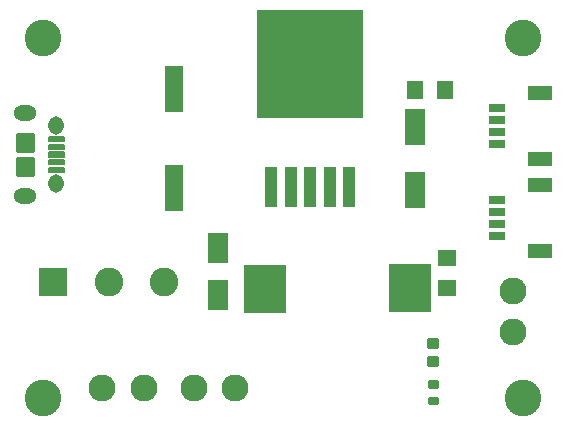
<source format=gbr>
G04 EAGLE Gerber RS-274X export*
G75*
%MOMM*%
%FSLAX34Y34*%
%LPD*%
%INSoldermask Top*%
%IPPOS*%
%AMOC8*
5,1,8,0,0,1.08239X$1,22.5*%
G01*
%ADD10C,3.101600*%
%ADD11R,1.625600X3.911600*%
%ADD12R,1.752600X3.149600*%
%ADD13R,1.801600X2.601600*%
%ADD14C,0.142238*%
%ADD15C,0.260094*%
%ADD16C,1.309600*%
%ADD17C,1.371600*%
%ADD18R,1.451600X0.701600*%
%ADD19R,2.101600X1.301600*%
%ADD20C,2.286000*%
%ADD21R,3.601600X4.101600*%
%ADD22R,0.990600X3.403600*%
%ADD23R,8.991600X9.245600*%
%ADD24C,0.326897*%
%ADD25C,0.257809*%
%ADD26R,2.426600X2.426600*%
%ADD27C,2.426600*%
%ADD28R,1.371600X1.625600*%
%ADD29R,1.625600X1.371600*%


D10*
X30000Y30000D03*
X30000Y334800D03*
X436400Y334800D03*
X436400Y30000D03*
D11*
X141224Y291592D03*
X141224Y207772D03*
D12*
X345186Y259334D03*
X345186Y205994D03*
D13*
X178054Y156906D03*
X178054Y116906D03*
D14*
X34874Y247119D02*
X34874Y250777D01*
X47930Y250777D01*
X47930Y247119D01*
X34874Y247119D01*
X34874Y248470D02*
X47930Y248470D01*
X47930Y249821D02*
X34874Y249821D01*
X34874Y244173D02*
X34874Y240515D01*
X34874Y244173D02*
X47930Y244173D01*
X47930Y240515D01*
X34874Y240515D01*
X34874Y241866D02*
X47930Y241866D01*
X47930Y243217D02*
X34874Y243217D01*
X34874Y237569D02*
X34874Y233911D01*
X34874Y237569D02*
X47930Y237569D01*
X47930Y233911D01*
X34874Y233911D01*
X34874Y235262D02*
X47930Y235262D01*
X47930Y236613D02*
X34874Y236613D01*
X34874Y230965D02*
X34874Y227307D01*
X34874Y230965D02*
X47930Y230965D01*
X47930Y227307D01*
X34874Y227307D01*
X34874Y228658D02*
X47930Y228658D01*
X47930Y230009D02*
X34874Y230009D01*
X34874Y224361D02*
X34874Y220703D01*
X34874Y224361D02*
X47930Y224361D01*
X47930Y220703D01*
X34874Y220703D01*
X34874Y222054D02*
X47930Y222054D01*
X47930Y223405D02*
X34874Y223405D01*
D15*
X7650Y239072D02*
X7650Y252728D01*
X21306Y252728D01*
X21306Y239072D01*
X7650Y239072D01*
X7650Y241543D02*
X21306Y241543D01*
X21306Y244014D02*
X7650Y244014D01*
X7650Y246485D02*
X21306Y246485D01*
X21306Y248956D02*
X7650Y248956D01*
X7650Y251427D02*
X21306Y251427D01*
X7650Y232408D02*
X7650Y218752D01*
X7650Y232408D02*
X21306Y232408D01*
X21306Y218752D01*
X7650Y218752D01*
X7650Y221223D02*
X21306Y221223D01*
X21306Y223694D02*
X7650Y223694D01*
X7650Y226165D02*
X21306Y226165D01*
X21306Y228636D02*
X7650Y228636D01*
X7650Y231107D02*
X21306Y231107D01*
D16*
X41402Y261902D03*
X41402Y259362D03*
X41402Y260632D03*
X41402Y212118D03*
X41402Y209578D03*
X41402Y211102D03*
D17*
X17018Y270792D03*
X17018Y200688D03*
X11938Y270792D03*
X14224Y270792D03*
X11938Y200688D03*
X14478Y200688D03*
D18*
X414400Y245000D03*
X414400Y255000D03*
X414400Y265000D03*
X414400Y275000D03*
D19*
X451150Y288000D03*
X451150Y232000D03*
D18*
X414400Y167000D03*
X414400Y177000D03*
X414400Y187000D03*
X414400Y197000D03*
D19*
X451150Y210000D03*
X451150Y154000D03*
D20*
X192955Y37744D03*
X157955Y37744D03*
X427990Y120108D03*
X427990Y85108D03*
X115231Y37744D03*
X80231Y37744D03*
D21*
X218400Y121928D03*
X340400Y122428D03*
D22*
X223266Y208026D03*
X239776Y208026D03*
X256286Y208026D03*
X272796Y208026D03*
X289306Y208026D03*
D23*
X256286Y312166D03*
D24*
X363745Y63771D02*
X363745Y57133D01*
X357107Y57133D01*
X357107Y63771D01*
X363745Y63771D01*
X363745Y60239D02*
X357107Y60239D01*
X357107Y63345D02*
X363745Y63345D01*
X363745Y72373D02*
X363745Y79011D01*
X363745Y72373D02*
X357107Y72373D01*
X357107Y79011D01*
X363745Y79011D01*
X363745Y75479D02*
X357107Y75479D01*
X357107Y78585D02*
X363745Y78585D01*
D25*
X357207Y43923D02*
X357207Y39135D01*
X357207Y43923D02*
X363645Y43923D01*
X363645Y39135D01*
X357207Y39135D01*
X357207Y41584D02*
X363645Y41584D01*
X357207Y29953D02*
X357207Y25165D01*
X357207Y29953D02*
X363645Y29953D01*
X363645Y25165D01*
X357207Y25165D01*
X357207Y27614D02*
X363645Y27614D01*
D26*
X38852Y128016D03*
D27*
X85852Y128016D03*
X132852Y128016D03*
D28*
X345440Y290322D03*
X370840Y290322D03*
D29*
X371856Y148082D03*
X371856Y122682D03*
M02*

</source>
